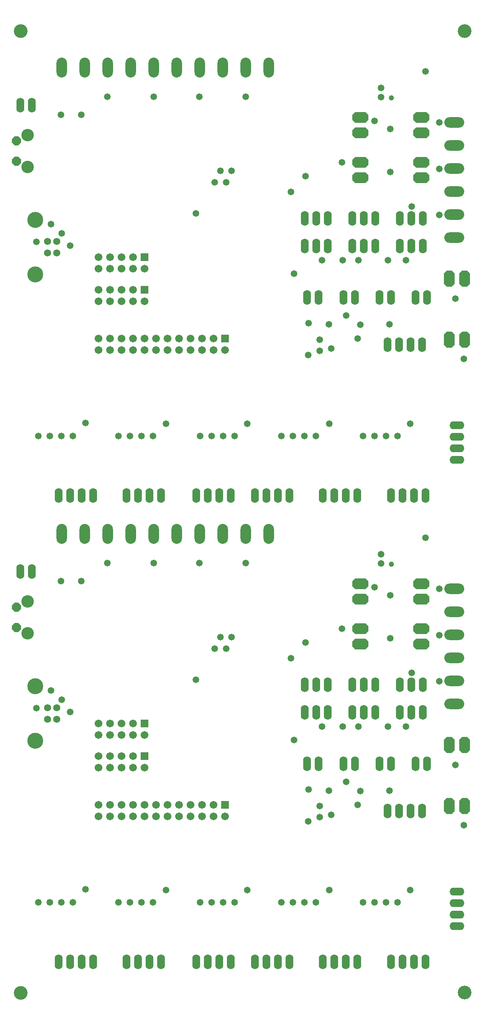
<source format=gbs>
G04 Layer_Color=16711935*
%FSLAX24Y24*%
%MOIN*%
G70*
G01*
G75*
G04:AMPARAMS|DCode=180|XSize=118.7mil|YSize=118.7mil|CornerRadius=59.4mil|HoleSize=0mil|Usage=FLASHONLY|Rotation=90.000|XOffset=0mil|YOffset=0mil|HoleType=Round|Shape=RoundedRectangle|*
%AMROUNDEDRECTD180*
21,1,0.1187,0.0000,0,0,90.0*
21,1,0.0000,0.1187,0,0,90.0*
1,1,0.1187,0.0000,0.0000*
1,1,0.1187,0.0000,0.0000*
1,1,0.1187,0.0000,0.0000*
1,1,0.1187,0.0000,0.0000*
%
%ADD180ROUNDEDRECTD180*%
%ADD182C,0.0580*%
%ADD226R,0.0671X0.0671*%
%ADD227C,0.0671*%
%ADD228O,0.1280X0.0680*%
%ADD229O,0.1730X0.0905*%
%ADD230P,0.0844X8X292.5*%
%ADD231C,0.1080*%
%ADD232O,0.0680X0.1280*%
%ADD233C,0.0620*%
%ADD234C,0.1385*%
%ADD235O,0.0905X0.1730*%
G04:AMPARAMS|DCode=236|XSize=141mil|YSize=91mil|CornerRadius=0mil|HoleSize=0mil|Usage=FLASHONLY|Rotation=270.000|XOffset=0mil|YOffset=0mil|HoleType=Round|Shape=Octagon|*
%AMOCTAGOND236*
4,1,8,-0.0228,-0.0705,0.0228,-0.0705,0.0455,-0.0478,0.0455,0.0478,0.0228,0.0705,-0.0228,0.0705,-0.0455,0.0478,-0.0455,-0.0478,-0.0228,-0.0705,0.0*
%
%ADD236OCTAGOND236*%

G04:AMPARAMS|DCode=237|XSize=141mil|YSize=91mil|CornerRadius=0mil|HoleSize=0mil|Usage=FLASHONLY|Rotation=180.000|XOffset=0mil|YOffset=0mil|HoleType=Round|Shape=Octagon|*
%AMOCTAGOND237*
4,1,8,-0.0705,0.0228,-0.0705,-0.0228,-0.0478,-0.0455,0.0478,-0.0455,0.0705,-0.0228,0.0705,0.0228,0.0478,0.0455,-0.0478,0.0455,-0.0705,0.0228,0.0*
%
%ADD237OCTAGOND237*%

%ADD238C,0.0460*%
%ADD239C,0.0580*%
D180*
X3811Y1311D02*
D03*
X42400Y1341D02*
D03*
Y84819D02*
D03*
X3811D02*
D03*
D182*
X35947Y32098D02*
D03*
Y35839D02*
D03*
X41596Y21094D02*
D03*
X5179Y26035D02*
D03*
X8102Y25701D02*
D03*
X9061Y37061D02*
D03*
X42325Y15868D02*
D03*
X40189Y28381D02*
D03*
X31721Y32941D02*
D03*
X40189Y32374D02*
D03*
X34581Y36531D02*
D03*
X40189Y36386D02*
D03*
X7311Y37061D02*
D03*
X28581Y31721D02*
D03*
X39011Y40841D02*
D03*
X28811Y16216D02*
D03*
X33111Y17621D02*
D03*
X23501Y10231D02*
D03*
X30611Y18871D02*
D03*
X28831Y18951D02*
D03*
X29811Y17531D02*
D03*
X30811Y16751D02*
D03*
X32111Y19621D02*
D03*
X30001Y24441D02*
D03*
X33171D02*
D03*
X37291D02*
D03*
X27581Y23261D02*
D03*
X31801Y24441D02*
D03*
X35741D02*
D03*
X11341Y38621D02*
D03*
X15361D02*
D03*
X19331D02*
D03*
X23351D02*
D03*
X9431Y10291D02*
D03*
X16421Y10241D02*
D03*
X30631D02*
D03*
X37681D02*
D03*
X33321Y18831D02*
D03*
X35851Y18861D02*
D03*
X37787Y29106D02*
D03*
X20396Y9181D02*
D03*
X19396D02*
D03*
X22396D02*
D03*
X21396D02*
D03*
X5337D02*
D03*
X12305D02*
D03*
X26482D02*
D03*
X33571D02*
D03*
X6337D02*
D03*
X13305D02*
D03*
X27482D02*
D03*
X34571D02*
D03*
X8337D02*
D03*
X15305D02*
D03*
X29482D02*
D03*
X36571D02*
D03*
X7337D02*
D03*
X14305D02*
D03*
X28482D02*
D03*
X35571D02*
D03*
X27311Y30381D02*
D03*
X6421Y27551D02*
D03*
X7381Y26761D02*
D03*
X19021Y28491D02*
D03*
X22141Y32191D02*
D03*
X21651Y31191D02*
D03*
X21151Y32191D02*
D03*
X20651Y31191D02*
D03*
X29811Y16561D02*
D03*
X35947Y72598D02*
D03*
Y76339D02*
D03*
X41596Y61594D02*
D03*
X5179Y66535D02*
D03*
X8102Y66201D02*
D03*
X9061Y77561D02*
D03*
X42325Y56368D02*
D03*
X40189Y68881D02*
D03*
X31721Y73441D02*
D03*
X40189Y72874D02*
D03*
X34581Y77031D02*
D03*
X40189Y76886D02*
D03*
X7311Y77561D02*
D03*
X28581Y72221D02*
D03*
X39011Y81341D02*
D03*
X28811Y56716D02*
D03*
X33111Y58121D02*
D03*
X23501Y50731D02*
D03*
X30611Y59371D02*
D03*
X28831Y59451D02*
D03*
X29811Y58031D02*
D03*
X30811Y57251D02*
D03*
X32111Y60121D02*
D03*
X30001Y64941D02*
D03*
X33171D02*
D03*
X37291D02*
D03*
X27581Y63761D02*
D03*
X31801Y64941D02*
D03*
X35741D02*
D03*
X11341Y79121D02*
D03*
X15361D02*
D03*
X19331D02*
D03*
X23351D02*
D03*
X9431Y50791D02*
D03*
X16421Y50741D02*
D03*
X30631D02*
D03*
X37681D02*
D03*
X33321Y59331D02*
D03*
X35851Y59361D02*
D03*
X37787Y69606D02*
D03*
X20396Y49681D02*
D03*
X19396D02*
D03*
X22396D02*
D03*
X21396D02*
D03*
X5337D02*
D03*
X12305D02*
D03*
X26482D02*
D03*
X33571D02*
D03*
X6337D02*
D03*
X13305D02*
D03*
X27482D02*
D03*
X34571D02*
D03*
X8337D02*
D03*
X15305D02*
D03*
X29482D02*
D03*
X36571D02*
D03*
X7337D02*
D03*
X14305D02*
D03*
X28482D02*
D03*
X35571D02*
D03*
X27311Y70881D02*
D03*
X6421Y68051D02*
D03*
X7381Y67261D02*
D03*
X19021Y68991D02*
D03*
X22141Y72691D02*
D03*
X21651Y71691D02*
D03*
X21151Y72691D02*
D03*
X20651Y71691D02*
D03*
X29811Y57061D02*
D03*
D226*
X14571Y24711D02*
D03*
Y21861D02*
D03*
X21571Y17621D02*
D03*
X14571Y65211D02*
D03*
Y62361D02*
D03*
X21571Y58121D02*
D03*
D227*
X14571Y23711D02*
D03*
X13571Y24711D02*
D03*
Y23711D02*
D03*
X12571Y24711D02*
D03*
Y23711D02*
D03*
X11571Y24711D02*
D03*
Y23711D02*
D03*
X10571Y24711D02*
D03*
Y23711D02*
D03*
X14571Y20861D02*
D03*
X13571Y21861D02*
D03*
Y20861D02*
D03*
X12571Y21861D02*
D03*
Y20861D02*
D03*
X11571Y21861D02*
D03*
Y20861D02*
D03*
X10571Y21861D02*
D03*
Y20861D02*
D03*
Y16621D02*
D03*
Y17621D02*
D03*
X11571Y16621D02*
D03*
Y17621D02*
D03*
X12571Y16621D02*
D03*
Y17621D02*
D03*
X13571Y16621D02*
D03*
Y17621D02*
D03*
X14571Y16621D02*
D03*
Y17621D02*
D03*
X15571Y16621D02*
D03*
Y17621D02*
D03*
X16571Y16621D02*
D03*
Y17621D02*
D03*
X17571Y16621D02*
D03*
Y17621D02*
D03*
X18571Y16621D02*
D03*
Y17621D02*
D03*
X19571Y16621D02*
D03*
Y17621D02*
D03*
X20571Y16621D02*
D03*
Y17621D02*
D03*
X21571Y16621D02*
D03*
X14571Y64211D02*
D03*
X13571Y65211D02*
D03*
Y64211D02*
D03*
X12571Y65211D02*
D03*
Y64211D02*
D03*
X11571Y65211D02*
D03*
Y64211D02*
D03*
X10571Y65211D02*
D03*
Y64211D02*
D03*
X14571Y61361D02*
D03*
X13571Y62361D02*
D03*
Y61361D02*
D03*
X12571Y62361D02*
D03*
Y61361D02*
D03*
X11571Y62361D02*
D03*
Y61361D02*
D03*
X10571Y62361D02*
D03*
Y61361D02*
D03*
Y57121D02*
D03*
Y58121D02*
D03*
X11571Y57121D02*
D03*
Y58121D02*
D03*
X12571Y57121D02*
D03*
Y58121D02*
D03*
X13571Y57121D02*
D03*
Y58121D02*
D03*
X14571Y57121D02*
D03*
Y58121D02*
D03*
X15571Y57121D02*
D03*
Y58121D02*
D03*
X16571Y57121D02*
D03*
Y58121D02*
D03*
X17571Y57121D02*
D03*
Y58121D02*
D03*
X18571Y57121D02*
D03*
Y58121D02*
D03*
X19571Y57121D02*
D03*
Y58121D02*
D03*
X20571Y57121D02*
D03*
Y58121D02*
D03*
X21571Y57121D02*
D03*
D228*
X41741Y7111D02*
D03*
Y8111D02*
D03*
Y9111D02*
D03*
Y10111D02*
D03*
Y47611D02*
D03*
Y48611D02*
D03*
Y49611D02*
D03*
Y50611D02*
D03*
D229*
X41511Y26386D02*
D03*
Y28386D02*
D03*
Y30386D02*
D03*
Y36386D02*
D03*
Y34386D02*
D03*
Y32386D02*
D03*
Y66886D02*
D03*
Y68886D02*
D03*
Y70886D02*
D03*
Y76886D02*
D03*
Y74886D02*
D03*
Y72886D02*
D03*
D230*
X3421Y34801D02*
D03*
Y33021D02*
D03*
Y75301D02*
D03*
Y73521D02*
D03*
D231*
X4401Y35291D02*
D03*
Y32531D02*
D03*
Y75791D02*
D03*
Y73031D02*
D03*
D232*
X36011Y4011D02*
D03*
X37011D02*
D03*
X38011D02*
D03*
X39011D02*
D03*
X30061D02*
D03*
X31061D02*
D03*
X32061D02*
D03*
X33061D02*
D03*
X13011D02*
D03*
X14011D02*
D03*
X15011D02*
D03*
X16011D02*
D03*
X7111D02*
D03*
X8111D02*
D03*
X9111D02*
D03*
X10111D02*
D03*
X38711Y17111D02*
D03*
X37711D02*
D03*
X36711D02*
D03*
X35711D02*
D03*
X39141Y21191D02*
D03*
X38141D02*
D03*
X36011D02*
D03*
X35011D02*
D03*
X32861D02*
D03*
X31861D02*
D03*
X29691D02*
D03*
X28691D02*
D03*
X22061Y4011D02*
D03*
X21061D02*
D03*
X20061D02*
D03*
X19061D02*
D03*
X27161D02*
D03*
X26161D02*
D03*
X25161D02*
D03*
X24161D02*
D03*
X28511Y25651D02*
D03*
X29511D02*
D03*
X30511D02*
D03*
X34646D02*
D03*
X33646D02*
D03*
X32646D02*
D03*
X36781D02*
D03*
X37781D02*
D03*
X38781D02*
D03*
X28511Y28051D02*
D03*
X29511D02*
D03*
X30511D02*
D03*
X38781D02*
D03*
X37781D02*
D03*
X36781D02*
D03*
X32646D02*
D03*
X33646D02*
D03*
X34646D02*
D03*
X4761Y37911D02*
D03*
X3761D02*
D03*
X36011Y44511D02*
D03*
X37011D02*
D03*
X38011D02*
D03*
X39011D02*
D03*
X30061D02*
D03*
X31061D02*
D03*
X32061D02*
D03*
X33061D02*
D03*
X13011D02*
D03*
X14011D02*
D03*
X15011D02*
D03*
X16011D02*
D03*
X7111D02*
D03*
X8111D02*
D03*
X9111D02*
D03*
X10111D02*
D03*
X38711Y57611D02*
D03*
X37711D02*
D03*
X36711D02*
D03*
X35711D02*
D03*
X39141Y61691D02*
D03*
X38141D02*
D03*
X36011D02*
D03*
X35011D02*
D03*
X32861D02*
D03*
X31861D02*
D03*
X29691D02*
D03*
X28691D02*
D03*
X22061Y44511D02*
D03*
X21061D02*
D03*
X20061D02*
D03*
X19061D02*
D03*
X27161D02*
D03*
X26161D02*
D03*
X25161D02*
D03*
X24161D02*
D03*
X28511Y66151D02*
D03*
X29511D02*
D03*
X30511D02*
D03*
X34646D02*
D03*
X33646D02*
D03*
X32646D02*
D03*
X36781D02*
D03*
X37781D02*
D03*
X38781D02*
D03*
X28511Y68551D02*
D03*
X29511D02*
D03*
X30511D02*
D03*
X38781D02*
D03*
X37781D02*
D03*
X36781D02*
D03*
X32646D02*
D03*
X33646D02*
D03*
X34646D02*
D03*
X4761Y78411D02*
D03*
X3761D02*
D03*
D233*
X6921Y25061D02*
D03*
Y26053D02*
D03*
X6131D02*
D03*
Y25061D02*
D03*
X6921Y65561D02*
D03*
Y66553D02*
D03*
X6131D02*
D03*
Y65561D02*
D03*
D234*
X5061Y27923D02*
D03*
Y23191D02*
D03*
Y68423D02*
D03*
Y63691D02*
D03*
D235*
X25361Y41181D02*
D03*
X23361D02*
D03*
X21361D02*
D03*
X19361D02*
D03*
X17361D02*
D03*
X15361D02*
D03*
X13361D02*
D03*
X11361D02*
D03*
X9361D02*
D03*
X7361D02*
D03*
X25361Y81681D02*
D03*
X23361D02*
D03*
X21361D02*
D03*
X19361D02*
D03*
X17361D02*
D03*
X15361D02*
D03*
X13361D02*
D03*
X11361D02*
D03*
X9361D02*
D03*
X7361D02*
D03*
D236*
X42404Y17549D02*
D03*
X41064D02*
D03*
Y22849D02*
D03*
X42404D02*
D03*
Y58049D02*
D03*
X41064D02*
D03*
Y63349D02*
D03*
X42404D02*
D03*
D237*
X38621Y31591D02*
D03*
Y32931D02*
D03*
X33321D02*
D03*
Y31591D02*
D03*
X38621Y35491D02*
D03*
Y36831D02*
D03*
X33321D02*
D03*
Y35491D02*
D03*
X38621Y72091D02*
D03*
Y73431D02*
D03*
X33321D02*
D03*
Y72091D02*
D03*
X38621Y75991D02*
D03*
Y77331D02*
D03*
X33321D02*
D03*
Y75991D02*
D03*
D238*
X36031Y38521D02*
D03*
Y79021D02*
D03*
D239*
X35120Y38614D02*
D03*
X35140Y39411D02*
D03*
X35120Y79114D02*
D03*
X35140Y79911D02*
D03*
M02*

</source>
